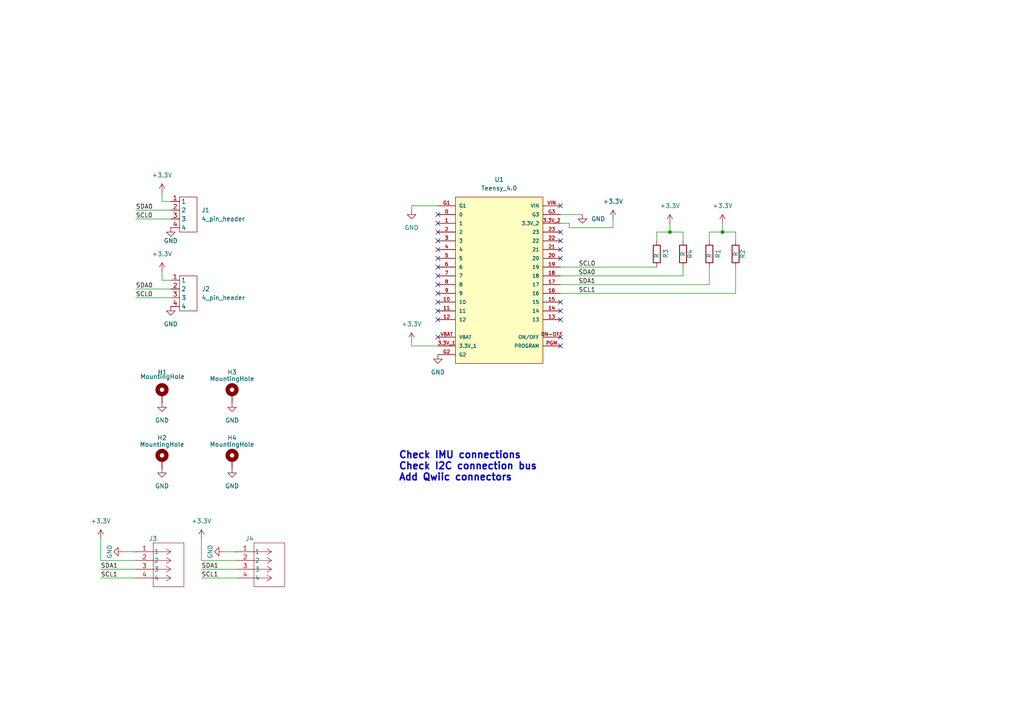
<source format=kicad_sch>
(kicad_sch (version 20230121) (generator eeschema)
  (paper "A4")
  (lib_symbols
    (symbol "Device:R" (pin_numbers hide) (pin_names (offset 0))
      (property "Reference" "R" (at 2.032 0 90))
      (property "Value" "R" (at 0 0 90))
      (symbol "R_0_1"
        (rectangle (start -1.016 -2.54) (end 1.016 2.54) (stroke (width 0.254)))
      )
      (symbol "R_1_1"
        (pin passive line (at 0 3.81 270) (length 1.27) (name "~") (number "1"))
        (pin passive line (at 0 -3.81 90) (length 1.27) (name "~") (number "2"))
      )
    )
    (symbol "MasterThesis_library:4_pin_header"
      (property "Reference" "J" (at 0 2.54 0))
      (property "Value" "4_pin_header" (at 8.89 1.27 0))
      (symbol "4_pin_header_0_1"
        (rectangle (start 2.54 0) (end 7.62 -10.16))
      )
      (symbol "4_pin_header_1_1"
        (pin bidirectional line (at 0 -1.27 0) (length 2.54) (name "1") (number "1"))
        (pin bidirectional line (at 0 -3.81 0) (length 2.54) (name "2") (number "2"))
        (pin bidirectional line (at 0 -6.35 0) (length 2.54) (name "3") (number "3"))
        (pin bidirectional line (at 0 -8.89 0) (length 2.54) (name "4") (number "4"))
      )
    )
    (symbol "MasterThesis_library:PRT-14417" (pin_names (offset 0.254))
      (property "Reference" "J" (at 5.08 3.81 0))
      (property "Value" "PRT-14417" (at 12.7 -3.81 90))
      (symbol "PRT-14417_1_1"
        (polyline (pts (xy 5.08 -10.16) (xy 13.97 -10.16)) (stroke (width 0.127)))
        (polyline (pts (xy 5.08 2.54) (xy 5.08 -10.16)) (stroke (width 0.127)))
        (polyline (pts (xy 10.16 -7.62) (xy 5.08 -7.62)) (stroke (width 0.127)))
        (polyline (pts (xy 10.16 -7.62) (xy 8.89 -8.4667)) (stroke (width 0.127)))
        (polyline (pts (xy 10.16 -7.62) (xy 8.89 -6.7733)) (stroke (width 0.127)))
        (polyline (pts (xy 10.16 -5.08) (xy 5.08 -5.08)) (stroke (width 0.127)))
        (polyline (pts (xy 10.16 -5.08) (xy 8.89 -5.9267)) (stroke (width 0.127)))
        (polyline (pts (xy 10.16 -5.08) (xy 8.89 -4.2333)) (stroke (width 0.127)))
        (polyline (pts (xy 10.16 -2.54) (xy 5.08 -2.54)) (stroke (width 0.127)))
        (polyline (pts (xy 10.16 -2.54) (xy 8.89 -3.3867)) (stroke (width 0.127)))
        (polyline (pts (xy 10.16 -2.54) (xy 8.89 -1.6933)) (stroke (width 0.127)))
        (polyline (pts (xy 10.16 0) (xy 5.08 0)) (stroke (width 0.127)))
        (polyline (pts (xy 10.16 0) (xy 8.89 -0.8467)) (stroke (width 0.127)))
        (polyline (pts (xy 10.16 0) (xy 8.89 0.8467)) (stroke (width 0.127)))
        (polyline (pts (xy 13.97 -10.16) (xy 13.97 2.54)) (stroke (width 0.127)))
        (polyline (pts (xy 13.97 2.54) (xy 5.08 2.54)) (stroke (width 0.127)))
        (pin unspecified line (at 0 0 0) (length 5.08) (name "1") (number "1"))
        (pin unspecified line (at 0 -2.54 0) (length 5.08) (name "2") (number "2"))
        (pin unspecified line (at 0 -5.08 0) (length 5.08) (name "3") (number "3"))
        (pin unspecified line (at 0 -7.62 0) (length 5.08) (name "4") (number "4"))
      )
      (symbol "PRT-14417_1_2"
        (polyline (pts (xy 5.08 -10.16) (xy 12.7 -10.16)) (stroke (width 0.127)))
        (polyline (pts (xy 5.08 2.54) (xy 5.08 -10.16)) (stroke (width 0.127)))
        (polyline (pts (xy 7.62 -7.62) (xy 5.08 -7.62)) (stroke (width 0.127)))
        (polyline (pts (xy 7.62 -7.62) (xy 8.89 -8.4667)) (stroke (width 0.127)))
        (polyline (pts (xy 7.62 -7.62) (xy 8.89 -6.7733)) (stroke (width 0.127)))
        (polyline (pts (xy 7.62 -5.08) (xy 5.08 -5.08)) (stroke (width 0.127)))
        (polyline (pts (xy 7.62 -5.08) (xy 8.89 -5.9267)) (stroke (width 0.127)))
        (polyline (pts (xy 7.62 -5.08) (xy 8.89 -4.2333)) (stroke (width 0.127)))
        (polyline (pts (xy 7.62 -2.54) (xy 5.08 -2.54)) (stroke (width 0.127)))
        (polyline (pts (xy 7.62 -2.54) (xy 8.89 -3.3867)) (stroke (width 0.127)))
        (polyline (pts (xy 7.62 -2.54) (xy 8.89 -1.6933)) (stroke (width 0.127)))
        (polyline (pts (xy 7.62 0) (xy 5.08 0)) (stroke (width 0.127)))
        (polyline (pts (xy 7.62 0) (xy 8.89 -0.8467)) (stroke (width 0.127)))
        (polyline (pts (xy 7.62 0) (xy 8.89 0.8467)) (stroke (width 0.127)))
        (polyline (pts (xy 12.7 -10.16) (xy 12.7 2.54)) (stroke (width 0.127)))
        (polyline (pts (xy 12.7 2.54) (xy 5.08 2.54)) (stroke (width 0.127)))
        (pin unspecified line (at 0 0 0) (length 5.08) (name "1") (number "1"))
        (pin unspecified line (at 0 -2.54 0) (length 5.08) (name "2") (number "2"))
        (pin unspecified line (at 0 -5.08 0) (length 5.08) (name "3") (number "3"))
        (pin unspecified line (at 0 -7.62 0) (length 5.08) (name "4") (number "4"))
      )
    )
    (symbol "MasterThesis_library:Teensy_4.0" (pin_names (offset 1.016))
      (property "Reference" "U" (at -12.7 23.622 0))
      (property "Value" "Teensy_4.0" (at -12.7 -27.94 0))
      (symbol "Teensy_4.0_0_0"
        (rectangle (start -12.7 22.86) (end 12.7 -25.4) (stroke (width 0.1524)) (fill (type background)))
        (pin bidirectional line (at -17.78 17.78 0) (length 5.08) (name "0") (number "0"))
        (pin bidirectional line (at -17.78 15.24 0) (length 5.08) (name "1") (number "1"))
        (pin bidirectional line (at -17.78 -7.62 0) (length 5.08) (name "10") (number "10"))
        (pin bidirectional line (at -17.78 -10.16 0) (length 5.08) (name "11") (number "11"))
        (pin bidirectional line (at -17.78 -12.7 0) (length 5.08) (name "12") (number "12"))
        (pin bidirectional line (at 17.78 -12.7 180) (length 5.08) (name "13") (number "13"))
        (pin bidirectional line (at 17.78 -10.16 180) (length 5.08) (name "14") (number "14"))
        (pin bidirectional line (at 17.78 -7.62 180) (length 5.08) (name "15") (number "15"))
        (pin bidirectional line (at 17.78 -5.08 180) (length 5.08) (name "16") (number "16"))
        (pin bidirectional line (at 17.78 -2.54 180) (length 5.08) (name "17") (number "17"))
        (pin bidirectional line (at 17.78 0 180) (length 5.08) (name "18") (number "18"))
        (pin bidirectional line (at 17.78 2.54 180) (length 5.08) (name "19") (number "19"))
        (pin bidirectional line (at -17.78 12.7 0) (length 5.08) (name "2") (number "2"))
        (pin bidirectional line (at 17.78 5.08 180) (length 5.08) (name "20") (number "20"))
        (pin bidirectional line (at 17.78 7.62 180) (length 5.08) (name "21") (number "21"))
        (pin bidirectional line (at 17.78 10.16 180) (length 5.08) (name "22") (number "22"))
        (pin bidirectional line (at 17.78 12.7 180) (length 5.08) (name "23") (number "23"))
        (pin bidirectional line (at -17.78 10.16 0) (length 5.08) (name "3") (number "3"))
        (pin power_in line (at -17.78 -20.32 0) (length 5.08) (name "3.3V_1") (number "3.3V_1"))
        (pin power_in line (at 17.78 15.24 180) (length 5.08) (name "3.3V_2") (number "3.3V_2"))
        (pin bidirectional line (at -17.78 7.62 0) (length 5.08) (name "4") (number "4"))
        (pin bidirectional line (at -17.78 5.08 0) (length 5.08) (name "5") (number "5"))
        (pin bidirectional line (at -17.78 2.54 0) (length 5.08) (name "6") (number "6"))
        (pin bidirectional line (at -17.78 0 0) (length 5.08) (name "7") (number "7"))
        (pin bidirectional line (at -17.78 -2.54 0) (length 5.08) (name "8") (number "8"))
        (pin bidirectional line (at -17.78 -5.08 0) (length 5.08) (name "9") (number "9"))
        (pin power_in line (at -17.78 20.32 0) (length 5.08) (name "G1") (number "G1"))
        (pin power_in line (at -17.78 -22.86 0) (length 5.08) (name "G2") (number "G2"))
        (pin power_in line (at 17.78 17.78 180) (length 5.08) (name "G3") (number "G3"))
        (pin bidirectional line (at 17.78 -20.32 180) (length 5.08) (name "PROGRAM") (number "PGM"))
        (pin power_in line (at -17.78 -17.78 0) (length 5.08) (name "VBAT") (number "VBAT"))
        (pin power_in line (at 17.78 20.32 180) (length 5.08) (name "VIN") (number "VIN"))
      )
      (symbol "Teensy_4.0_1_0"
        (pin bidirectional line (at 17.78 -17.78 180) (length 5.08) (name "ON/OFF") (number "ON-OFF"))
      )
    )
    (symbol "Mechanical:MountingHole_Pad" (pin_numbers hide) (pin_names (offset 1.016) hide)
      (property "Reference" "H" (at 0 6.35 0))
      (property "Value" "MountingHole_Pad" (at 0 4.445 0))
      (symbol "MountingHole_Pad_0_1"
        (circle (center 0 1.27) (radius 1.27) (stroke (width 1.27)))
      )
      (symbol "MountingHole_Pad_1_1"
        (pin input line (at 0 -2.54 90) (length 2.54) (name "1") (number "1"))
      )
    )
    (symbol "power:+3.3V" (power) (pin_names (offset 0))
      (property "Value" "+3.3V" (at 0 3.556 0))
      (symbol "+3.3V_0_1"
        (polyline (pts (xy -0.762 1.27) (xy 0 2.54)))
        (polyline (pts (xy 0 0) (xy 0 2.54)))
        (polyline (pts (xy 0 2.54) (xy 0.762 1.27)))
      )
      (symbol "+3.3V_1_1"
        (pin power_in line (at 0 0 90) (length 0) hide (name "+3.3V") (number "1"))
      )
    )
    (symbol "power:GND" (power) (pin_names (offset 0))
      (property "Value" "GND" (at 0 -3.81 0))
      (symbol "GND_0_1"
        (polyline (pts (xy 0 0) (xy 0 -1.27) (xy 1.27 -1.27) (xy 0 -2.54) (xy -1.27 -1.27) (xy 0 -1.27)))
      )
      (symbol "GND_1_1"
        (pin power_in line (at 0 0 270) (length 0) hide (name "GND") (number "1"))
      )
    )
  )
  (junction (at 209.55 67.31))
  (junction (at 194.31 67.31))
  (no_connect (at 127 80.01))
  (no_connect (at 127 97.79))
  (no_connect (at 127 69.85))
  (no_connect (at 162.56 69.85))
  (no_connect (at 162.56 74.93))
  (no_connect (at 127 64.77))
  (no_connect (at 162.56 59.69))
  (no_connect (at 162.56 92.71))
  (no_connect (at 162.56 97.79))
  (no_connect (at 162.56 100.33))
  (no_connect (at 127 90.17))
  (no_connect (at 127 85.09))
  (no_connect (at 127 77.47))
  (no_connect (at 162.56 90.17))
  (no_connect (at 127 72.39))
  (no_connect (at 127 67.31))
  (no_connect (at 127 62.23))
  (no_connect (at 162.56 72.39))
  (no_connect (at 127 92.71))
  (no_connect (at 162.56 67.31))
  (no_connect (at 162.56 87.63))
  (no_connect (at 127 82.55))
  (no_connect (at 127 74.93))
  (no_connect (at 127 87.63))
  (wire (pts (xy 165.1 64.77) (xy 162.56 64.77)))
  (wire (pts (xy 46.99 81.28) (xy 46.99 78.74)))
  (wire (pts (xy 49.53 83.82) (xy 39.37 83.82)))
  (wire (pts (xy 68.58 165.1) (xy 58.42 165.1)))
  (wire (pts (xy 29.21 162.56) (xy 39.37 162.56)))
  (wire (pts (xy 127 100.33) (xy 119.38 100.33)))
  (wire (pts (xy 209.55 64.77) (xy 209.55 67.31)))
  (wire (pts (xy 213.36 77.47) (xy 213.36 85.09)))
  (wire (pts (xy 127 59.69) (xy 119.38 59.69)))
  (wire (pts (xy 35.56 160.02) (xy 39.37 160.02)))
  (wire (pts (xy 165.1 66.04) (xy 165.1 64.77)))
  (wire (pts (xy 213.36 67.31) (xy 209.55 67.31)))
  (wire (pts (xy 162.56 62.23) (xy 168.91 62.23)))
  (wire (pts (xy 190.5 67.31) (xy 194.31 67.31)))
  (wire (pts (xy 49.53 81.28) (xy 46.99 81.28)))
  (wire (pts (xy 64.77 160.02) (xy 68.58 160.02)))
  (wire (pts (xy 46.99 58.42) (xy 46.99 55.88)))
  (wire (pts (xy 49.53 86.36) (xy 39.37 86.36)))
  (wire (pts (xy 198.12 67.31) (xy 194.31 67.31)))
  (wire (pts (xy 177.8 66.04) (xy 177.8 63.5)))
  (wire (pts (xy 49.53 60.96) (xy 39.37 60.96)))
  (wire (pts (xy 39.37 165.1) (xy 29.21 165.1)))
  (wire (pts (xy 205.74 69.85) (xy 205.74 67.31)))
  (wire (pts (xy 58.42 162.56) (xy 68.58 162.56)))
  (wire (pts (xy 162.56 77.47) (xy 190.5 77.47)))
  (wire (pts (xy 194.31 64.77) (xy 194.31 67.31)))
  (wire (pts (xy 49.53 58.42) (xy 46.99 58.42)))
  (wire (pts (xy 205.74 77.47) (xy 205.74 82.55)))
  (wire (pts (xy 58.42 156.21) (xy 58.42 162.56)))
  (wire (pts (xy 198.12 77.47) (xy 198.12 80.01)))
  (wire (pts (xy 68.58 167.64) (xy 58.42 167.64)))
  (wire (pts (xy 190.5 69.85) (xy 190.5 67.31)))
  (wire (pts (xy 162.56 85.09) (xy 213.36 85.09)))
  (wire (pts (xy 49.53 63.5) (xy 39.37 63.5)))
  (wire (pts (xy 29.21 156.21) (xy 29.21 162.56)))
  (wire (pts (xy 119.38 100.33) (xy 119.38 99.06)))
  (wire (pts (xy 205.74 67.31) (xy 209.55 67.31)))
  (wire (pts (xy 162.56 82.55) (xy 205.74 82.55)))
  (wire (pts (xy 165.1 66.04) (xy 177.8 66.04)))
  (wire (pts (xy 213.36 69.85) (xy 213.36 67.31)))
  (wire (pts (xy 162.56 80.01) (xy 198.12 80.01)))
  (wire (pts (xy 198.12 69.85) (xy 198.12 67.31)))
  (wire (pts (xy 39.37 167.64) (xy 29.21 167.64)))
  (wire (pts (xy 119.38 59.69) (xy 119.38 60.96)))
  (text "Check IMU connections\nCheck I2C connection bus\nAdd Qwiic connectors " (at 115.57 139.7 0) (effects (font (size 2 2) (thickness 0.4) bold) (justify left bottom)))
  (label "SDA0" (at 39.37 83.82 0))
  (label "SCL0" (at 39.37 63.5 0))
  (label "SDA1" (at 58.42 165.1 0))
  (label "SCL1" (at 29.21 167.64 0))
  (label "SDA1" (at 29.21 165.1 0))
  (label "SCL1" (at 58.42 167.64 0))
  (label "SDA1" (at 172.72 82.55 180))
  (label "SCL0" (at 39.37 86.36 0))
  (label "SDA0" (at 39.37 60.96 0))
  (label "SCL1" (at 172.72 85.09 180))
  (label "SDA0" (at 172.72 80.01 180))
  (label "SCL0" (at 172.72 77.47 180))
  (symbol (lib_id "power:GND") (at 168.91 62.23 0) (unit 1)
    (property "Reference" "#PWR09" (effects hide))
    (property "Value" "GND" (at 171.45 63.5 0) (effects (justify left)))
  )
  (symbol (lib_id "power:GND") (at 67.31 116.84 0) (unit 1)
    (property "Reference" "#PWR02" (effects hide))
    (property "Value" "GND" (at 67.31 121.92 0))
  )
  (symbol (lib_id "power:GND") (at 67.31 135.89 0) (unit 1)
    (property "Reference" "#PWR04" (effects hide))
    (property "Value" "GND" (at 67.31 140.97 0))
  )
  (symbol (lib_id "power:GND") (at 49.53 88.9 0) (unit 1)
    (property "Reference" "#PWR05" (effects hide))
    (property "Value" "GND" (at 49.53 93.98 0))
  )
  (symbol (lib_id "MasterThesis_library:4_pin_header") (at 49.53 80.01 0) (unit 1)
    (property "Reference" "J2" (at 59.69 83.82 0))
    (property "Value" "4_pin_header" (at 64.77 86.36 0))
    (property "Footprint" "MasterThesis_library:4 pin header" (effects hide))
  )
  (symbol (lib_id "MasterThesis_library:4_pin_header") (at 49.53 57.15 0) (unit 1)
    (property "Reference" "J1" (at 58.42 60.96 0) (effects (justify left)))
    (property "Value" "4_pin_header" (at 58.42 63.5 0) (effects (justify left)))
    (property "Footprint" "MasterThesis_library:4 pin header" (effects hide))
  )
  (symbol (lib_id "power:GND") (at 35.56 160.02 270) (unit 1)
    (property "Reference" "#PWR015" (effects hide))
    (property "Value" "GND" (at 31.75 160.02 0))
  )
  (symbol (lib_id "Device:R") (at 190.5 73.66 0) (unit 1)
    (property "Reference" "R3" (at 193.04 74.93 90) (effects (justify left)))
    (property "Value" "R" (at 190.5 74.93 90) (effects (justify left)))
    (property "Footprint" "Resistor_SMD:R_1206_3216Metric_Pad1.30x1.75mm_HandSolder" (effects hide))
  )
  (symbol (lib_id "Device:R") (at 205.74 73.66 0) (unit 1)
    (property "Reference" "R1" (at 208.28 74.93 90) (effects (justify left)))
    (property "Value" "R" (at 205.74 74.93 90) (effects (justify left)))
    (property "Footprint" "Resistor_SMD:R_1206_3216Metric_Pad1.30x1.75mm_HandSolder" (effects hide))
  )
  (symbol (lib_id "power:+3.3V") (at 46.99 55.88 0) (unit 1)
    (property "Reference" "#PWR010" (effects hide))
    (property "Value" "+3.3V" (at 46.99 50.8 0))
  )
  (symbol (lib_id "Device:R") (at 213.36 73.66 0) (unit 1)
    (property "Reference" "R2" (at 215.392 73.66 90))
    (property "Value" "R" (at 213.36 73.66 90))
    (property "Footprint" "Resistor_SMD:R_1206_3216Metric_Pad1.30x1.75mm_HandSolder" (effects hide))
  )
  (symbol (lib_id "power:GND") (at 46.99 135.89 0) (unit 1)
    (property "Reference" "#PWR03" (effects hide))
    (property "Value" "GND" (at 46.99 140.97 0))
  )
  (symbol (lib_id "power:GND") (at 64.77 160.02 270) (unit 1)
    (property "Reference" "#PWR017" (effects hide))
    (property "Value" "GND" (at 60.96 160.02 0))
  )
  (symbol (lib_id "power:GND") (at 46.99 116.84 0) (unit 1)
    (property "Reference" "#PWR01" (effects hide))
    (property "Value" "GND" (at 46.99 121.92 0))
  )
  (symbol (lib_id "power:+3.3V") (at 209.55 64.77 0) (unit 1)
    (property "Reference" "#PWR018" (effects hide))
    (property "Value" "+3.3V" (at 209.55 59.69 0))
  )
  (symbol (lib_id "power:+3.3V") (at 58.42 156.21 0) (unit 1)
    (property "Reference" "#PWR016" (effects hide))
    (property "Value" "+3.3V" (at 58.42 151.13 0))
  )
  (symbol (lib_id "power:+3.3V") (at 194.31 64.77 0) (unit 1)
    (property "Reference" "#PWR019" (effects hide))
    (property "Value" "+3.3V" (at 194.31 59.69 0))
  )
  (symbol (lib_id "power:+3.3V") (at 119.38 99.06 0) (unit 1)
    (property "Reference" "#PWR013" (effects hide))
    (property "Value" "+3.3V" (at 119.38 93.98 0))
  )
  (symbol (lib_id "MasterThesis_library:Teensy_4.0") (at 144.78 80.01 0) (unit 1)
    (property "Reference" "U1" (at 144.78 52.07 0))
    (property "Value" "Teensy_4.0" (at 144.78 54.61 0))
    (property "Footprint" "MasterThesis_library:Teensy_4.0" (effects hide))
    (property "MF" "SparkFun Electronics" (effects hide))
    (property "MAXIMUM_PACKAGE_HEIGHT" "5.87mm" (effects hide))
    (property "Package" "None" (effects hide))
    (property "Price" "None" (effects hide))
    (property "Check_prices" "https://www.snapeda.com/parts/DEV-15583/SparkFun+Electronics/view-part/?ref=eda" (effects hide))
    (property "STANDARD" "Manufacturer Recommendations" (effects hide))
    (property "SnapEDA_Link" "https://www.snapeda.com/parts/DEV-15583/SparkFun+Electronics/view-part/?ref=snap" (effects hide))
    (property "MP" "DEV-15583" (effects hide))
    (property "Purchase-URL" "https://www.snapeda.com/api/url_track_click_mouser/?unipart_id=4001229&manufacturer=SparkFun Electronics&part_name=DEV-15583&search_term=None" (effects hide))
    (property "Description" "\nRT1062 Teensy 4.0 series ARM® Cortex®-M7 MPU Embedded Evaluation Board\n" (effects hide))
    (property "Availability" "In Stock" (effects hide))
    (property "MANUFACTURER" "Sparkfun" (effects hide))
  )
  (symbol (lib_id "MasterThesis_library:PRT-14417") (at 68.58 160.02 0) (unit 1)
    (property "Reference" "J4" (at 72.39 156.21 0))
    (property "Value" "~" (at 68.58 160.02 0))
    (property "Footprint" "MasterThesis_library:PRT-14417" (effects hide))
    (property "Datasheet" "SM04B-SRSS-TB" (effects hide))
  )
  (symbol (lib_id "Mechanical:MountingHole_Pad") (at 46.99 133.35 0) (unit 1)
    (property "Reference" "H2" (at 46.99 127 0))
    (property "Value" "MountingHole" (at 46.99 128.905 0))
    (property "Footprint" "MountingHole:MountingHole_3.2mm_M3_DIN965_Pad" (effects hide))
  )
  (symbol (lib_id "Device:R") (at 198.12 73.66 0) (unit 1)
    (property "Reference" "R4" (at 200.152 73.66 90))
    (property "Value" "R" (at 198.12 73.66 90))
    (property "Footprint" "Resistor_SMD:R_1206_3216Metric_Pad1.30x1.75mm_HandSolder" (effects hide))
  )
  (symbol (lib_id "power:+3.3V") (at 29.21 156.21 0) (unit 1)
    (property "Reference" "#PWR014" (effects hide))
    (property "Value" "+3.3V" (at 29.21 151.13 0))
  )
  (symbol (lib_id "power:+3.3V") (at 46.99 78.74 0) (unit 1)
    (property "Reference" "#PWR011" (effects hide))
    (property "Value" "+3.3V" (at 46.99 73.66 0))
  )
  (symbol (lib_id "MasterThesis_library:PRT-14417") (at 39.37 160.02 0) (unit 1)
    (property "Reference" "J3" (at 43.18 156.21 0) (effects (justify left)))
    (property "Value" "~" (at 39.37 160.02 0))
    (property "Footprint" "MasterThesis_library:PRT-14417" (effects hide))
    (property "Datasheet" "SM04B-SRSS-TB" (effects hide))
  )
  (symbol (lib_id "Mechanical:MountingHole_Pad") (at 46.99 114.3 0) (unit 1)
    (property "Reference" "H1" (at 45.72 107.95 0) (effects (justify left)))
    (property "Value" "MountingHole" (at 40.64 109.22 0) (effects (justify left)))
    (property "Footprint" "MountingHole:MountingHole_3.2mm_M3_DIN965_Pad" (effects hide))
  )
  (symbol (lib_id "Mechanical:MountingHole_Pad") (at 67.31 114.3 0) (unit 1)
    (property "Reference" "H3" (at 67.31 107.95 0))
    (property "Value" "MountingHole" (at 67.31 109.855 0))
    (property "Footprint" "MountingHole:MountingHole_3.2mm_M3_DIN965_Pad" (effects hide))
  )
  (symbol (lib_id "Mechanical:MountingHole_Pad") (at 67.31 133.35 0) (unit 1)
    (property "Reference" "H4" (at 67.31 127 0))
    (property "Value" "MountingHole" (at 67.31 128.905 0))
    (property "Footprint" "MountingHole:MountingHole_3.2mm_M3_DIN965_Pad" (effects hide))
  )
  (symbol (lib_id "power:+3.3V") (at 177.8 63.5 0) (unit 1)
    (property "Reference" "#PWR012" (effects hide))
    (property "Value" "+3.3V" (at 177.8 58.42 0))
  )
  (symbol (lib_id "power:GND") (at 49.53 66.04 0) (unit 1)
    (property "Reference" "#PWR06" (effects hide))
    (property "Value" "GND" (at 49.53 69.85 0))
  )
  (symbol (lib_id "power:GND") (at 119.38 60.96 0) (unit 1)
    (property "Reference" "#PWR08" (effects hide))
    (property "Value" "GND" (at 119.38 66.04 0))
  )
  (symbol (lib_id "power:GND") (at 127 102.87 0) (unit 1)
    (property "Reference" "#PWR07" (effects hide))
    (property "Value" "GND" (at 127 107.95 0))
  )
)
</source>
